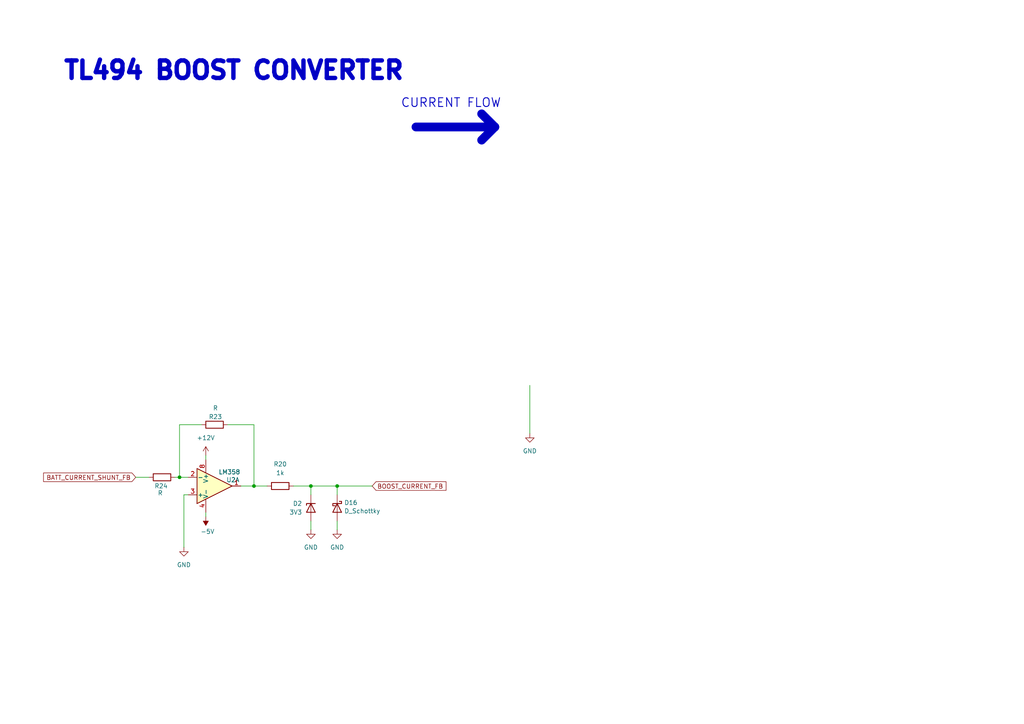
<source format=kicad_sch>
(kicad_sch (version 20231120) (generator "eeschema") (generator_version "8.0")
  (paper "A4")
  (lib_symbols
    (symbol "Amplifier_Operational:LM358" (pin_names (offset 0.127))
      (property "Reference" "U" (at 0 5.08 0))
      (property "Value" "LM358" (at 0 -5.08 0))
      (symbol "LM358_1_1"
        (polyline (pts (xy -5.08 5.08) (xy 5.08 0) (xy -5.08 -5.08) (xy -5.08 5.08)) (stroke (width 0.254)) (fill (type background)))
        (pin output line (at 7.62 0 180) (length 2.54) (name "~") (number "1"))
        (pin input line (at -7.62 -2.54 0) (length 2.54) (name "-") (number "2"))
        (pin input line (at -7.62 2.54 0) (length 2.54) (name "+") (number "3"))
      )
      (symbol "LM358_2_1"
        (polyline (pts (xy -5.08 5.08) (xy 5.08 0) (xy -5.08 -5.08) (xy -5.08 5.08)) (stroke (width 0.254)) (fill (type background)))
        (pin input line (at -7.62 2.54 0) (length 2.54) (name "+") (number "5"))
        (pin input line (at -7.62 -2.54 0) (length 2.54) (name "-") (number "6"))
        (pin output line (at 7.62 0 180) (length 2.54) (name "~") (number "7"))
      )
      (symbol "LM358_3_1"
        (pin power_in line (at -2.54 -7.62 90) (length 3.81) (name "V-") (number "4"))
        (pin power_in line (at -2.54 7.62 270) (length 3.81) (name "V+") (number "8"))
      )
    )
    (symbol "Device:D_Schottky" (pin_numbers hide) (pin_names (offset 1.016) hide)
      (property "Reference" "D" (at 0 2.54 0))
      (property "Value" "D_Schottky" (at 0 -2.54 0))
      (symbol "D_Schottky_0_1"
        (polyline (pts (xy 1.27 0) (xy -1.27 0)))
        (polyline (pts (xy 1.27 1.27) (xy 1.27 -1.27) (xy -1.27 0) (xy 1.27 1.27)) (stroke (width 0.254)))
        (polyline (pts (xy -1.905 0.635) (xy -1.905 1.27) (xy -1.27 1.27) (xy -1.27 -1.27) (xy -0.635 -1.27) (xy -0.635 -0.635)) (stroke (width 0.254)))
      )
      (symbol "D_Schottky_1_1"
        (pin passive line (at -3.81 0 0) (length 2.54) (name "K") (number "1"))
        (pin passive line (at 3.81 0 180) (length 2.54) (name "A") (number "2"))
      )
    )
    (symbol "Device:D_Zener" (pin_numbers hide) (pin_names (offset 1.016) hide)
      (property "Reference" "D" (at 0 2.54 0))
      (property "Value" "D_Zener" (at 0 -2.54 0))
      (symbol "D_Zener_0_1"
        (polyline (pts (xy 1.27 0) (xy -1.27 0)))
        (polyline (pts (xy -1.27 -1.27) (xy -1.27 1.27) (xy -0.762 1.27)) (stroke (width 0.254)))
        (polyline (pts (xy 1.27 -1.27) (xy 1.27 1.27) (xy -1.27 0) (xy 1.27 -1.27)) (stroke (width 0.254)))
      )
      (symbol "D_Zener_1_1"
        (pin passive line (at -3.81 0 0) (length 2.54) (name "K") (number "1"))
        (pin passive line (at 3.81 0 180) (length 2.54) (name "A") (number "2"))
      )
    )
    (symbol "Device:R" (pin_numbers hide) (pin_names (offset 0))
      (property "Reference" "R" (at 2.032 0 90))
      (property "Value" "R" (at 0 0 90))
      (symbol "R_0_1"
        (rectangle (start -1.016 -2.54) (end 1.016 2.54) (stroke (width 0.254)))
      )
      (symbol "R_1_1"
        (pin passive line (at 0 3.81 270) (length 1.27) (name "~") (number "1"))
        (pin passive line (at 0 -3.81 90) (length 1.27) (name "~") (number "2"))
      )
    )
    (symbol "power:+12V" (power) (pin_numbers hide) (pin_names (offset 0) hide)
      (property "Value" "+12V" (at 0 3.556 0))
      (symbol "+12V_0_1"
        (polyline (pts (xy -0.762 1.27) (xy 0 2.54)))
        (polyline (pts (xy 0 0) (xy 0 2.54)))
        (polyline (pts (xy 0 2.54) (xy 0.762 1.27)))
      )
      (symbol "+12V_1_1"
        (pin power_in line (at 0 0 90) (length 0) (name "~") (number "1"))
      )
    )
    (symbol "power:-5V" (power) (pin_numbers hide) (pin_names (offset 0) hide)
      (property "Value" "-5V" (at 0 3.556 0))
      (symbol "-5V_0_0"
        (pin power_in line (at 0 0 90) (length 0) (name "~") (number "1"))
      )
      (symbol "-5V_0_1"
        (polyline (pts (xy 0 0) (xy 0 1.27) (xy 0.762 1.27) (xy 0 2.54) (xy -0.762 1.27) (xy 0 1.27)) (fill (type outline)))
      )
    )
    (symbol "power:GND" (power) (pin_numbers hide) (pin_names (offset 0) hide)
      (property "Value" "GND" (at 0 -3.81 0))
      (symbol "GND_0_1"
        (polyline (pts (xy 0 0) (xy 0 -1.27) (xy 1.27 -1.27) (xy 0 -2.54) (xy -1.27 -1.27) (xy 0 -1.27)))
      )
      (symbol "GND_1_1"
        (pin power_in line (at 0 0 270) (length 0) (name "~") (number "1"))
      )
    )
  )
  (junction (at 90.17 140.97))
  (junction (at 73.66 140.97))
  (junction (at 97.79 140.97))
  (junction (at 52.07 138.43))
  (wire (pts (xy 53.34 143.51) (xy 54.61 143.51)))
  (wire (pts (xy 97.79 151.13) (xy 97.79 153.67)))
  (polyline (pts (xy 139.7 33.02) (xy 143.51 36.83)) (stroke (width 2.54)))
  (wire (pts (xy 90.17 151.13) (xy 90.17 153.67)))
  (wire (pts (xy 77.47 140.97) (xy 73.66 140.97)))
  (wire (pts (xy 97.79 140.97) (xy 90.17 140.97)))
  (wire (pts (xy 66.04 123.19) (xy 73.66 123.19)))
  (wire (pts (xy 90.17 140.97) (xy 90.17 143.51)))
  (wire (pts (xy 54.61 138.43) (xy 52.07 138.43)))
  (wire (pts (xy 39.37 138.43) (xy 43.18 138.43)))
  (polyline (pts (xy 139.7 40.64) (xy 143.51 36.83)) (stroke (width 2.54)))
  (wire (pts (xy 73.66 140.97) (xy 69.85 140.97)))
  (wire (pts (xy 85.09 140.97) (xy 90.17 140.97)))
  (wire (pts (xy 58.42 123.19) (xy 52.07 123.19)))
  (wire (pts (xy 52.07 138.43) (xy 50.8 138.43)))
  (wire (pts (xy 59.69 148.59) (xy 59.69 149.86)))
  (wire (pts (xy 153.67 125.73) (xy 153.67 111.76)))
  (wire (pts (xy 53.34 158.75) (xy 53.34 143.51)))
  (wire (pts (xy 73.66 140.97) (xy 73.66 123.19)))
  (wire (pts (xy 52.07 138.43) (xy 52.07 123.19)))
  (wire (pts (xy 59.69 132.08) (xy 59.69 133.35)))
  (wire (pts (xy 97.79 140.97) (xy 97.79 143.51)))
  (wire (pts (xy 97.79 140.97) (xy 107.95 140.97)))
  (polyline (pts (xy 120.65 36.83) (xy 143.51 36.83)) (stroke (width 2.54)))
  (text "TL494 BOOST CONVERTER\n" (at 67.818 20.574 0) (effects (font (size 5.08 5.08) (thickness 1.524) (bold yes))))
  (text "CURRENT FLOW" (at 130.81 29.972 0) (effects (font (size 2.54 2.54) (thickness 0.254) (bold yes))))
  (global_label "BOOST_CURRENT_FB" (shape input) (at 107.95 140.97 0) (property "Intersheetrefs" "${INTERSHEET_REFS}" (effects (hide yes))))
  (global_label "BATT_CURRENT_SHUNT_FB" (shape input) (at 39.37 138.43 180) (property "Intersheetrefs" "${INTERSHEET_REFS}" (effects (hide yes))))
  (symbol (lib_id "power:GND") (at 97.79 153.67 0) (unit 1)
    (property "Reference" "#PWR044" (effects (hide yes)))
    (property "Value" "GND" (at 97.79 158.75 0))
    (property "Description" "Power symbol creates a global label with name \"GND\" , ground" (effects (hide yes)))
  )
  (symbol (lib_id "Device:R") (at 81.28 140.97 270) (mirror x) (unit 1)
    (property "Reference" "R20" (at 81.28 134.62 90))
    (property "Value" "1k" (at 81.28 137.16 90))
    (property "Footprint" "Resistor_SMD:R_0805_2012Metric" (effects (hide yes)))
    (property "Description" "Resistor" (effects (hide yes)))
  )
  (symbol (lib_id "power:GND") (at 153.67 125.73 0) (unit 1)
    (property "Reference" "#PWR037" (effects (hide yes)))
    (property "Value" "GND" (at 153.67 130.81 0))
    (property "Description" "Power symbol creates a global label with name \"GND\" , ground" (effects (hide yes)))
  )
  (symbol (lib_id "Device:D_Zener") (at 90.17 147.32 90) (mirror x) (unit 1)
    (property "Reference" "D2" (at 87.63 146.0499 90) (effects (justify left)))
    (property "Value" "3V3" (at 87.63 148.5899 90) (effects (justify left)))
    (property "Description" "Zener diode" (effects (hide yes)))
  )
  (symbol (lib_id "Amplifier_Operational:LM358") (at 62.23 140.97 0) (mirror x) (unit 1)
    (property "Reference" "U2" (at 67.564 139.192 0))
    (property "Value" "LM358" (at 66.548 136.906 0))
    (property "Datasheet" "http://www.ti.com/lit/ds/symlink/lm2904-n.pdf" (effects (hide yes)))
    (property "Description" "Low-Power, Dual Operational Amplifiers, DIP-8/SOIC-8/TO-99-8" (effects (hide yes)))
  )
  (symbol (lib_id "power:+12V") (at 59.69 132.08 0) (mirror y) (unit 1)
    (property "Reference" "#PWR038" (effects (hide yes)))
    (property "Value" "+12V" (at 59.69 127 0))
    (property "Description" "Power symbol creates a global label with name \"+12V\"" (effects (hide yes)))
  )
  (symbol (lib_id "Device:R") (at 62.23 123.19 90) (mirror x) (unit 1)
    (property "Reference" "R23" (at 62.484 120.904 90))
    (property "Value" "R" (at 62.484 118.364 90))
    (property "Footprint" "Resistor_SMD:R_0805_2012Metric" (effects (hide yes)))
    (property "Description" "Resistor" (effects (hide yes)))
  )
  (symbol (lib_id "Device:D_Schottky") (at 97.79 147.32 270) (unit 1)
    (property "Reference" "D16" (at 99.822 145.7903 90) (effects (justify left)))
    (property "Value" "D_Schottky" (at 99.822 148.2146 90) (effects (justify left)))
    (property "Description" "Schottky diode" (effects (hide yes)))
  )
  (symbol (lib_id "power:GND") (at 53.34 158.75 0) (unit 1)
    (property "Reference" "#PWR042" (effects (hide yes)))
    (property "Value" "GND" (at 53.34 163.83 0))
    (property "Description" "Power symbol creates a global label with name \"GND\" , ground" (effects (hide yes)))
  )
  (symbol (lib_id "power:GND") (at 90.17 153.67 0) (unit 1)
    (property "Reference" "#PWR06" (effects (hide yes)))
    (property "Value" "GND" (at 90.17 158.75 0))
    (property "Description" "Power symbol creates a global label with name \"GND\" , ground" (effects (hide yes)))
  )
  (symbol (lib_id "Device:R") (at 46.99 138.43 270) (mirror x) (unit 1)
    (property "Reference" "R24" (at 46.736 140.97 90))
    (property "Value" "R" (at 46.482 143.002 90))
    (property "Footprint" "Resistor_SMD:R_0805_2012Metric" (effects (hide yes)))
    (property "Description" "Resistor" (effects (hide yes)))
  )
  (symbol (lib_id "power:-5V") (at 59.69 149.86 0) (mirror x) (unit 1)
    (property "Reference" "#PWR07" (effects (hide yes)))
    (property "Value" "-5V" (at 60.198 154.178 0))
    (property "Description" "Power symbol creates a global label with name \"-5V\"" (effects (hide yes)))
  )
  (symbol (lib_id "Amplifier_Operational:LM358") (at 57.15 140.97 0) (mirror y) (unit 3)
    (property "Reference" "U2" (effects (hide yes)))
    (property "Value" "LM358" (effects (hide yes)))
    (property "Datasheet" "http://www.ti.com/lit/ds/symlink/lm2904-n.pdf" (effects (hide yes)))
    (property "Description" "Low-Power, Dual Operational Amplifiers, DIP-8/SOIC-8/TO-99-8" (effects (hide yes)))
  )
)
</source>
